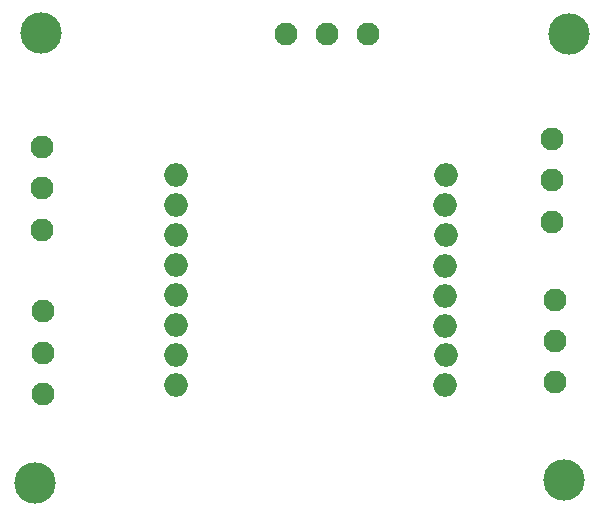
<source format=gbr>
%TF.GenerationSoftware,KiCad,Pcbnew,(7.0.0)*%
%TF.CreationDate,2023-06-11T09:55:09+03:00*%
%TF.ProjectId,C3 pico Breakout PCB,43332070-6963-46f2-9042-7265616b6f75,rev?*%
%TF.SameCoordinates,Original*%
%TF.FileFunction,Soldermask,Bot*%
%TF.FilePolarity,Negative*%
%FSLAX46Y46*%
G04 Gerber Fmt 4.6, Leading zero omitted, Abs format (unit mm)*
G04 Created by KiCad (PCBNEW (7.0.0)) date 2023-06-11 09:55:09*
%MOMM*%
%LPD*%
G01*
G04 APERTURE LIST*
%ADD10O,2.000000X2.000000*%
%ADD11C,1.950000*%
%ADD12C,3.500000*%
G04 APERTURE END LIST*
D10*
%TO.C,U2*%
X141182499Y-88509999D03*
X141172499Y-85969999D03*
X141172499Y-83419999D03*
X141182499Y-80889999D03*
X141172499Y-96119999D03*
X141212499Y-91039999D03*
X141182499Y-93579999D03*
X163992499Y-91069999D03*
X163982499Y-88529999D03*
X163982499Y-85999999D03*
X164012499Y-83439999D03*
X163992499Y-80899999D03*
X164002499Y-78329999D03*
X141162499Y-78349999D03*
X164002499Y-93559999D03*
X163992499Y-96109999D03*
%TD*%
D11*
%TO.C,J1*%
X129857500Y-75960000D03*
X129857500Y-79460000D03*
X129857500Y-82960000D03*
%TD*%
%TO.C,J4*%
X173307500Y-95870000D03*
X173307500Y-92370000D03*
X173307500Y-88870000D03*
%TD*%
%TO.C,J2*%
X129937500Y-89850000D03*
X129937500Y-93350000D03*
X129937500Y-96850000D03*
%TD*%
%TO.C,J5*%
X172987500Y-82270000D03*
X172987500Y-78770000D03*
X172987500Y-75270000D03*
%TD*%
D12*
%TO.C,H3*%
X174000000Y-104125000D03*
%TD*%
%TO.C,H1*%
X129750000Y-66300000D03*
%TD*%
%TO.C,H2*%
X174425000Y-66375000D03*
%TD*%
D11*
%TO.C,J3*%
X157477500Y-66420000D03*
X153977500Y-66420000D03*
X150477500Y-66420000D03*
%TD*%
D12*
%TO.C,H4*%
X129250000Y-104400000D03*
%TD*%
M02*

</source>
